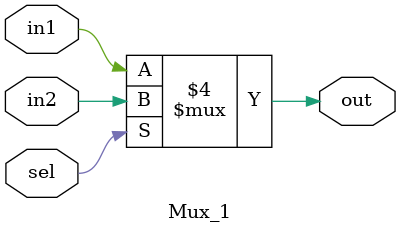
<source format=v>
module sysCall(sysCallC, reg1Data, reg2Data, clk, PC);
    input wire sysCallC;
    input wire [31:0] reg1Data;
    input wire [31:0] reg2Data;
    input wire clk;
    input wire [31:0] PC;           
    integer clk_Count = 0; 
    always @(posedge clk) begin
        if(sysCallC == 1)begin
            if(reg1Data == 1)begin
                $display("[syscall]     clk: %0d, PC:%0d, output:%0d",clk_Count,PC,reg2Data);
            end
        end
    end
    always @(posedge clk)begin
        clk_Count <= clk_Count + 1;
    end
endmodule




module SignExtend(result,in);
    input [15:0] in;
    output [31:0] result;
    assign result = {{16{in[15]}}, in};
endmodule
module RegFile(reg1Data,reg2Data,regW,r1A,r2A,wrA,wrD,clk,PC);
    output [31:0] reg1Data;    //register 1 Data
    output [31:0] reg2Data;    //register 2 Data
    input wire [31:0] wrD;          //write data
    input wire regW;                //register write
    input wire [4:0] r1A;           //register 1 address
    input wire [4:0] r2A;           //register 2 address
    input wire [4:0] wrA;           //write register address
    input wire clk;
    input wire [31:0] PC;           //For debuging issues 
    reg [31:0] Registers [0:31];
    integer clk_Count = 0; 
    integer i;
        
    initial begin
        for (i=0;i<=31;i=i+1) Registers[i] = i; //initialize registers--just so they aren?t cares
	Registers[31] = 8191;
	$write("[Reg Init]    ");
	for (i=0;i<=31;i=i+1)begin
		$write("%b, ",Registers[i]);
	end
	$write("\n");
    end 

       assign reg1Data = Registers[r1A];
       assign reg2Data = Registers[r2A];
    
    
    always @(posedge clk)begin
        if(regW == 1) begin
            if(wrA != 0)begin
                Registers[wrA] = wrD;
                $display("[Reg File]    clk: %0d, PC:%0d, regNumber:%0d, regValue:%0d",clk_Count,PC,wrA,wrD);
            end
            else begin
                Registers[wrA] = 0;
                $display("[Reg File]    clk: %0d, PC:%0d, regNumber:%0d, regValue:%b",clk_Count,PC,wrA,32'b0);
            end
        end
    end

    always @(posedge clk)begin
        clk_Count <= clk_Count + 1;
        if (clk_Count > 9999) begin
            $finish();
        end
    end
endmodule


module InstMem(insData,pc);
    input wire [14:0] pc;
    output wire [31:0] insData;
    reg [7:0] memory [0:1023];
integer fileInstruction;
    assign insData = {memory[pc],memory[pc+1],memory[pc+2],memory[pc+3]};
    initial begin
        fileInstruction = $fopen("instructionMem.txt","r");
	$readmemb("../biteCode/verilogRunFile.txt",memory,0,1023);
    end 
endmodule
module DataMem(data,address,wData,read,write,PC,clk);
    output wire [31:0] data;
    input wire [31:0] wData;
    input wire [31:0] address;
    input wire read;
    input wire write;
    input wire [31:0] PC;
    input wire clk;
    reg [7:0] memory [0:1023];
    integer clk_Count = 0;
integer fileData ;
    initial 
begin 
fileData = $fopen("dataMem.txt","r");
$readmemb("dataMem.txt",memory,0,1023);
end 
    assign data = (read) ? {memory[address+3],memory[address+2],memory[address+1],memory[address]} : 32'bxxxxxxxxxxxxxxxxxxxxxxxxxxxxxxxx;
    always @(posedge clk) begin
        if (write === 1) begin
            memory[address] <= wData[7:0];
            memory[address + 1] <= wData[15:8];
            memory[address + 2] <= wData[23:16];
            memory[address + 3] <= wData[31:24];
            $display("[Data Memory] clk: %0d, PC:%0d, memAdress:%0d, value:%b",clk_Count,PC,address,wData);
        end
    end
    always @(posedge clk)begin
        clk_Count <= clk_Count + 1;
    end
endmodule

module Control(OpCode, func, RegDest, Branch, BranchNot, MemRead, MemToReg, ALUOp, MemWrite, ALUSrc, RegWrite, Jump, JumpR, Jal, syscall);
	
	input  [5:0] OpCode, func;
	output reg RegDest, Branch, BranchNot, MemRead, MemToReg, MemWrite, ALUSrc, RegWrite, Jump, JumpR, Jal, syscall;
	output reg [3:0]ALUOp;
	
	initial begin
		RegDest <=0;
		Branch 	<=0;
		MemRead <=0;
		MemToReg <=0;
		MemWrite <=0;
	    ALUSrc <=0;
		RegWrite <=0;
		Jump <= 0;
		ALUOp <= 0;
		BranchNot <= 0;
		JumpR <= 0;
		syscall <= 0; 
	end
	
	always @(OpCode or func)
	begin
		if(OpCode == 0)       // OpCode of R type
		begin
			Branch <= 0;
			MemRead <= 0;
			MemWrite <= 0;
			ALUSrc <= 0;
			RegWrite <= 1;
			Jump<= 0 ;
			
			MemToReg <= 0;
			RegDest <= 1;
			ALUOp <= 4'b0000;
			BranchNot <= 0;
			JumpR <= (func == 8);
			Jal <= 0;
			syscall <= 0;
		end
		else if(OpCode == 35) // OpCode of the LW
		begin
			Branch <= 0;
			MemRead <= 1;
			MemWrite <= 0;
			ALUSrc <= 1;
			RegWrite <=1;
			Jump <=0;
			
			MemToReg <= 1;
			RegDest <= 0;
			ALUOp <= 4'b0010;
			BranchNot <= 0;
			JumpR <= 0;
			Jal <= 0;
			syscall <= 0;
		end
		else if(OpCode == 43) // OpCode of the SW
		begin
			Branch <= 0;
			MemRead <= 0;
			MemWrite <= 1;
			ALUSrc <= 1;
			RegWrite <= 0;
			Jump <= 0;
			 // RegDest and MemToReg are dont cares
			RegDest <= 1'bx;
			MemToReg <= 1'bx;
			ALUOp <= 4'b0010;
			BranchNot <= 0;
			JumpR <= 0;
			Jal <= 0;
			syscall <= 0;
		end
		else if(OpCode == 4) // OpCode of the beq
		begin
			Branch <= 1;
			MemRead <=0;
			MemWrite <=0;
			ALUSrc <=0;
			RegWrite <=0;
			Jump <=0;
			 // RegDest and MemToReg are dont cares
			RegDest <= 1'bx;
			MemToReg <= 1'bx;
			ALUOp <= 4'b0110;
			BranchNot <= 0;
			JumpR <= 0;
			Jal <= 0;
			syscall <= 0;
		end
		else if (OpCode == 2) // opcode of the jump 
		begin
			MemRead <= 0;
			MemWrite <= 0;
			RegWrite <= 0;
			Jump <= 1;
			
			
			ALUSrc <=1'bx;
			Branch <= 1'bx;
			RegDest <= 1'bx;	
			MemToReg <= 1'bx;
			ALUOp <= 4'bxxxx;
			BranchNot <= 0;
			JumpR <= 0;
			Jal <= 0;
			syscall <= 0;
		end
		else if (OpCode == 3) // opcode of the jal
		begin
			MemRead <= 0;
			MemWrite <=0;
			RegWrite <= 1;
			Jump <= 0;
			Branch <= 1'b0;
			ALUSrc <= 1'bx;
			RegDest <= 1'b1;	
			MemToReg <= 0;
			ALUOp <= 4'bxxxx;
			BranchNot <= 0;
			JumpR <= 0;
			Jal <= 1;
			syscall <= 0;
		end
		else if (OpCode == 8) // addi
		begin
			MemRead <=0;
			MemWrite <=0;
			RegWrite <=1;
			Jump <= 0;
			Branch <= 0;
			ALUSrc <= 1;
			RegDest <= 0;
			MemToReg <= 0;
			ALUOp <= 4'b0010;
			BranchNot <= 0;
			JumpR <= 0;
			Jal <= 0;
			syscall <= 0;
		end
		
		else if (OpCode == 12) // andi
		begin
			MemRead <= 0;
			MemWrite <= 0 ;
			RegWrite  <= 1;
			Jump <= 0;
			Branch <= 0;
			ALUSrc <= 1;
			RegDest <= 0;
			MemToReg <= 0;
			ALUOp <= 4'b0000;
			BranchNot <= 0;
			JumpR <= 0;
			Jal <= 0;
			syscall <= 0;
		end
		else if (OpCode == 13) // ori
		begin
			MemRead <=0 ;
			MemWrite <=0 ;
			RegWrite <=1;
			Jump <= 0;
			Branch <= 0;
			ALUSrc <= 1;
			RegDest <= 0;
			MemToReg <= 0;
			ALUOp <= 4'b0001;
			BranchNot <= 0;
			JumpR <= 0;
			Jal <= 0;
			syscall <= 0;
		end
		else if (OpCode == 14) // xori
		begin
			MemRead <= 0;
			MemWrite <= 0;
			RegWrite <= 1;
			Jump <= 0;
			Branch <= 0;
			ALUSrc <= 1;
			RegDest <= 0;
			MemToReg <= 0;
			ALUOp <= 13;
			BranchNot <= 0;
			JumpR <= 0;
			Jal <= 0;
			syscall <= 0;
		end
		else if (OpCode == 10) // slti
		begin
			MemRead <= 0;
			MemWrite <= 0;
			RegWrite <= 1;
			Jump <= 0;
			Branch <= 0;
			ALUSrc <= 1;
			RegDest <= 0;
			MemToReg <= 0;
			ALUOp <= 7;
			BranchNot <= 0;
			JumpR <= 0;
			Jal <= 0;
			syscall <= 0;
		end
		else if (OpCode == 32) // lb
		begin
			MemRead <=1;
			MemWrite <=0;
			RegWrite <=1;
			Jump <= 0;
			Branch <= 0;
			ALUSrc <= 1;
			RegDest <= 0;
			MemToReg <= 0;
			ALUOp <= 4'b0110;
			BranchNot <= 0;
			JumpR <= 0;
			Jal <= 0;
			syscall <= 0;
		end
		else if (OpCode == 15) // lui
		begin
			MemRead <=0;
			MemWrite <=0;
			RegWrite <=1;
			Jump <= 0;
			Branch <= 0;
			ALUSrc <= 1;
			RegDest <= 0;
			MemToReg <= 0;
			ALUOp <= 14;
			BranchNot <= 0;
			JumpR <= 0;
			Jal <= 0;
			syscall <= 0;
		end
		else if (OpCode == 5) // bne
		begin
			MemRead <=0;
			MemWrite <=0;
			RegWrite <=0;
			Jump <= 0;
			Branch <= 0;
			ALUSrc <= 1'b0;
			RegDest <= 1'bx;
			MemToReg <= 1'bx;
			ALUOp <= 6;
			BranchNot <= 1;
			JumpR <= 0;
			Jal <= 0;
			syscall <= 0;
		end
		else if (OpCode == 63)
		begin
			$display("Finished");
			$finish();
		end
		else if (OpCode == 62) // syscall
		begin
			RegDest <=0;
			Branch 	<=0;
			MemRead <=0;
			MemToReg <=0;
			MemWrite <=0;
			ALUSrc <=0;
			RegWrite <=0;
			Jump <= 0;
			ALUOp <= 0;
			BranchNot <= 0;
			JumpR <= 0;
			syscall <= 1;
		end
		else
		begin
			RegDest <=0;
			Branch <=0;
			MemRead <=0;
			MemToReg <=0;
			MemWrite <=0;
			ALUSrc <=0;
			RegWrite <=0;
			Jump <= 0;
			ALUOp <= 0;
			BranchNot <= 0;
			JumpR <= 0;
			Jal <= 0;
			syscall <= 0;
		end
	end
endmodule

module ALUControl(ALUOp, Func, Sel);
	input [5:0] Func;
	input [3:0] ALUOp;
	output reg [3:0]  Sel;
	always@(ALUOp or Func)
        begin
		if( ALUOp == 0)
		begin
			if(Func == 32) 		// add
				Sel = 2;
			else if (Func == 34) 	// sub
				Sel = 6;
			else if (Func == 36) 	// and
				Sel = 0;
			else if (Func == 37) 	// 0r
				Sel = 1;
			else if (Func == 42) 	// slt
				Sel = 7;
			else if (Func == 39) 	// nor
				Sel = 12;
			else if (Func == 38) 	// xor
				Sel = 13;
			else if (Func == 0) 	// sll
				Sel = 14;
			else if (Func == 2) 	// srl
				Sel = 15;
			else if (Func == 3) 	// sra
				Sel = 11;
			else
				Sel = 0;
		end

		else // lw sw lui
			Sel = ALUOp;
	end
endmodule

module ALU(A, B, ALUCtrl, ALUOut, shamt, Zero);
	input wire [3:0] ALUCtrl;
	input wire [4:0] shamt;
	input wire [31:0] A;
	input wire [31:0] B;
	output reg [31:0] ALUOut;
	output Zero;
	
	initial begin
		ALUOut = 0;
	end
	
	assign Zero = (ALUOut == 0) ? 1 : 0;
	always @(ALUCtrl, A, B)
	begin
		case(ALUCtrl)
			0: 	ALUOut <= A & B;
			1: 	ALUOut <= A | B;
			2: 	ALUOut <= A + B;
			6: 	ALUOut <= A - B;
			7: 	ALUOut <= A < B ? 1 : 0;
			12: 	ALUOut <= ~(A | B);
			13: 	ALUOut <= ~(A ^ B);
			14: 	ALUOut <= (B << shamt);
			15: 	ALUOut <= (B >> shamt);
			11: 	ALUOut <= (B >>> shamt);  // sra
			17:	ALUOut <= (B << 16); 	 // lui
			default: ALUOut <= 0; 
		endcase
	end
endmodule
module adder_32(sum,cout,num1,num2,cin);
    output wire [31:0] sum;
    output wire cout;
    input wire [31:0] num1;
    input wire [31:0] num2;
    input wire cin;
    wire [32:0] c;
    assign c[0] = cin;
    assign cout = c[32];
    adder add [31:0] (sum[31:0],c[32:1],num1[31:0],num2[31:0],c[31:0]);
endmodule


module adder(sum,cout,num1,num2,cin);
    output wire sum, cout;
    input wire num1, num2, cin;
    wire w1,w2,w3;
    xor(w1,num1,num2);
    xor(sum,w1,cin);
    and(w2,w1,cin);
    and(w3,num1,num2);
    or(cout,w2,w3);
endmodule
module Mux_32(out,sel,in1,in2);
    output wire [0:31] out;
    input wire sel;
    input wire [0:31] in1;
    input wire [0:31] in2;
    assign out = (sel == 0) ? in1 : in2;
endmodule


module Mux_5(out,sel,in1,in2);
    output wire [0:4] out;
    input wire sel;
    input wire [0:4] in1;
    input wire [0:4] in2;
    assign out = (sel == 0) ? in1 : in2;
endmodule

module Mux_11(out,sel,in1,in2);
    output wire [0:10] out;
    input wire sel;
    input wire [0:10] in1;
    input wire [0:10] in2;
    assign out = (sel == 0) ? in1 : in2;
endmodule

module Mux_1(out,sel,in1,in2);
    output wire out;
    input wire sel;
    input wire in1;
    input wire in2;
    assign out = (sel == 0) ? in1 : in2;
endmodule

</source>
